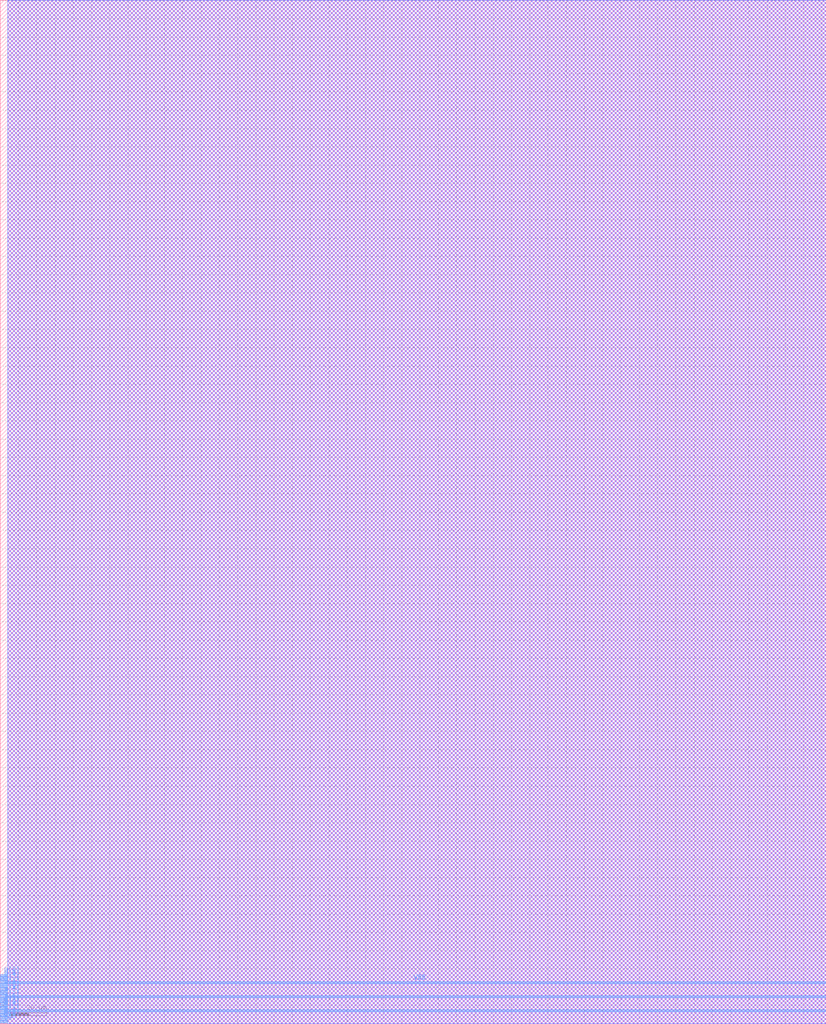
<source format=lef>
VERSION 5.6 ;
BUSBITCHARS "[]" ;
DIVIDERCHAR "/" ;

MACRO SRAM1RW512x8
  CLASS BLOCK ;
  ORIGIN 0 0 ;
  FOREIGN SRAM1RW512x8 0 0 ;
  SIZE 452.384 BY 560.288 ;
  SYMMETRY X Y ;
  SITE coreSite ;
  PIN VDD
    DIRECTION INOUT ;
    USE POWER ;
    PORT 
      LAYER M4 ;
        RECT 0.0 6.528 452.384 6.912 ;
        RECT 0.0 14.208 452.384 14.592 ;
        RECT 0.0 21.888 452.384 22.272 ;
    END 
  END VDD
  PIN VSS
    DIRECTION INOUT ;
    USE GROUND ;
    PORT 
      LAYER M4 ;
        RECT 0.0 7.296 452.384 7.68 ;
        RECT 0.0 14.976 452.384 15.36 ;
        RECT 0.0 22.656 452.384 23.04 ;
    END 
  END VSS
  PIN CE
    DIRECTION INPUT ;
    USE SIGNAL ;
    PORT 
      LAYER M4 ;
        RECT 0.0 0.384 4.0 0.768 ;
    END 
  END CE
  PIN WEB
    DIRECTION INPUT ;
    USE SIGNAL ;
    PORT 
      LAYER M4 ;
        RECT 0.0 1.152 4.0 1.536 ;
    END 
  END WEB
  PIN OEB
    DIRECTION INPUT ;
    USE SIGNAL ;
    PORT 
      LAYER M4 ;
        RECT 0.0 1.92 4.0 2.304 ;
    END 
  END OEB
  PIN CSB
    DIRECTION INPUT ;
    USE SIGNAL ;
    PORT 
      LAYER M4 ;
        RECT 0.0 2.688 4.0 3.072 ;
    END 
  END CSB
  PIN A[0]
    DIRECTION INPUT ;
    USE SIGNAL ;
    PORT 
      LAYER M4 ;
        RECT 0.0 3.456 4.0 3.84 ;
    END 
  END A[0]
  PIN A[1]
    DIRECTION INPUT ;
    USE SIGNAL ;
    PORT 
      LAYER M4 ;
        RECT 0.0 4.224 4.0 4.608 ;
    END 
  END A[1]
  PIN A[2]
    DIRECTION INPUT ;
    USE SIGNAL ;
    PORT 
      LAYER M4 ;
        RECT 0.0 4.992 4.0 5.376 ;
    END 
  END A[2]
  PIN A[3]
    DIRECTION INPUT ;
    USE SIGNAL ;
    PORT 
      LAYER M4 ;
        RECT 0.0 5.76 4.0 6.144 ;
    END 
  END A[3]
  PIN A[4]
    DIRECTION INPUT ;
    USE SIGNAL ;
    PORT 
      LAYER M4 ;
        RECT 0.0 8.064 4.0 8.448 ;
    END 
  END A[4]
  PIN A[5]
    DIRECTION INPUT ;
    USE SIGNAL ;
    PORT 
      LAYER M4 ;
        RECT 0.0 8.832 4.0 9.216 ;
    END 
  END A[5]
  PIN A[6]
    DIRECTION INPUT ;
    USE SIGNAL ;
    PORT 
      LAYER M4 ;
        RECT 0.0 9.6 4.0 9.984 ;
    END 
  END A[6]
  PIN A[7]
    DIRECTION INPUT ;
    USE SIGNAL ;
    PORT 
      LAYER M4 ;
        RECT 0.0 10.368 4.0 10.752 ;
    END 
  END A[7]
  PIN A[8]
    DIRECTION INPUT ;
    USE SIGNAL ;
    PORT 
      LAYER M4 ;
        RECT 0.0 11.136 4.0 11.52 ;
    END 
  END A[8]
  PIN I[0]
    DIRECTION INPUT ;
    USE SIGNAL ;
    PORT 
      LAYER M4 ;
        RECT 0.0 11.904 4.0 12.288 ;
    END 
  END I[0]
  PIN I[1]
    DIRECTION INPUT ;
    USE SIGNAL ;
    PORT 
      LAYER M4 ;
        RECT 0.0 12.672 4.0 13.056 ;
    END 
  END I[1]
  PIN I[2]
    DIRECTION INPUT ;
    USE SIGNAL ;
    PORT 
      LAYER M4 ;
        RECT 0.0 13.44 4.0 13.824 ;
    END 
  END I[2]
  PIN I[3]
    DIRECTION INPUT ;
    USE SIGNAL ;
    PORT 
      LAYER M4 ;
        RECT 0.0 15.744 4.0 16.128 ;
    END 
  END I[3]
  PIN I[4]
    DIRECTION INPUT ;
    USE SIGNAL ;
    PORT 
      LAYER M4 ;
        RECT 0.0 16.512 4.0 16.896 ;
    END 
  END I[4]
  PIN I[5]
    DIRECTION INPUT ;
    USE SIGNAL ;
    PORT 
      LAYER M4 ;
        RECT 0.0 17.28 4.0 17.664 ;
    END 
  END I[5]
  PIN I[6]
    DIRECTION INPUT ;
    USE SIGNAL ;
    PORT 
      LAYER M4 ;
        RECT 0.0 18.048 4.0 18.432 ;
    END 
  END I[6]
  PIN I[7]
    DIRECTION INPUT ;
    USE SIGNAL ;
    PORT 
      LAYER M4 ;
        RECT 0.0 18.816 4.0 19.2 ;
    END 
  END I[7]
  PIN O[0]
    DIRECTION OUTPUT ;
    USE SIGNAL ;
    PORT 
      LAYER M4 ;
        RECT 0.0 19.584 4.0 19.968 ;
    END 
  END O[0]
  PIN O[1]
    DIRECTION OUTPUT ;
    USE SIGNAL ;
    PORT 
      LAYER M4 ;
        RECT 0.0 20.352 4.0 20.736 ;
    END 
  END O[1]
  PIN O[2]
    DIRECTION OUTPUT ;
    USE SIGNAL ;
    PORT 
      LAYER M4 ;
        RECT 0.0 21.12 4.0 21.504 ;
    END 
  END O[2]
  PIN O[3]
    DIRECTION OUTPUT ;
    USE SIGNAL ;
    PORT 
      LAYER M4 ;
        RECT 0.0 23.424 4.0 23.808 ;
    END 
  END O[3]
  PIN O[4]
    DIRECTION OUTPUT ;
    USE SIGNAL ;
    PORT 
      LAYER M4 ;
        RECT 0.0 24.192 4.0 24.576 ;
    END 
  END O[4]
  PIN O[5]
    DIRECTION OUTPUT ;
    USE SIGNAL ;
    PORT 
      LAYER M4 ;
        RECT 0.0 24.96 4.0 25.344 ;
    END 
  END O[5]
  PIN O[6]
    DIRECTION OUTPUT ;
    USE SIGNAL ;
    PORT 
      LAYER M4 ;
        RECT 0.0 25.728 4.0 26.112 ;
    END 
  END O[6]
  PIN O[7]
    DIRECTION OUTPUT ;
    USE SIGNAL ;
    PORT 
      LAYER M4 ;
        RECT 0.0 26.496 4.0 26.88 ;
    END 
  END O[7]
  OBS 
    LAYER M1 ;
      RECT 4.0 0.0 452.384 560.288 ;
    LAYER M2 ;
      RECT 4.0 0.0 452.384 560.288 ;
    LAYER M3 ;
      RECT 4.0 0.0 452.384 560.288 ;
  END 
END SRAM1RW512x8

END LIBRARY
</source>
